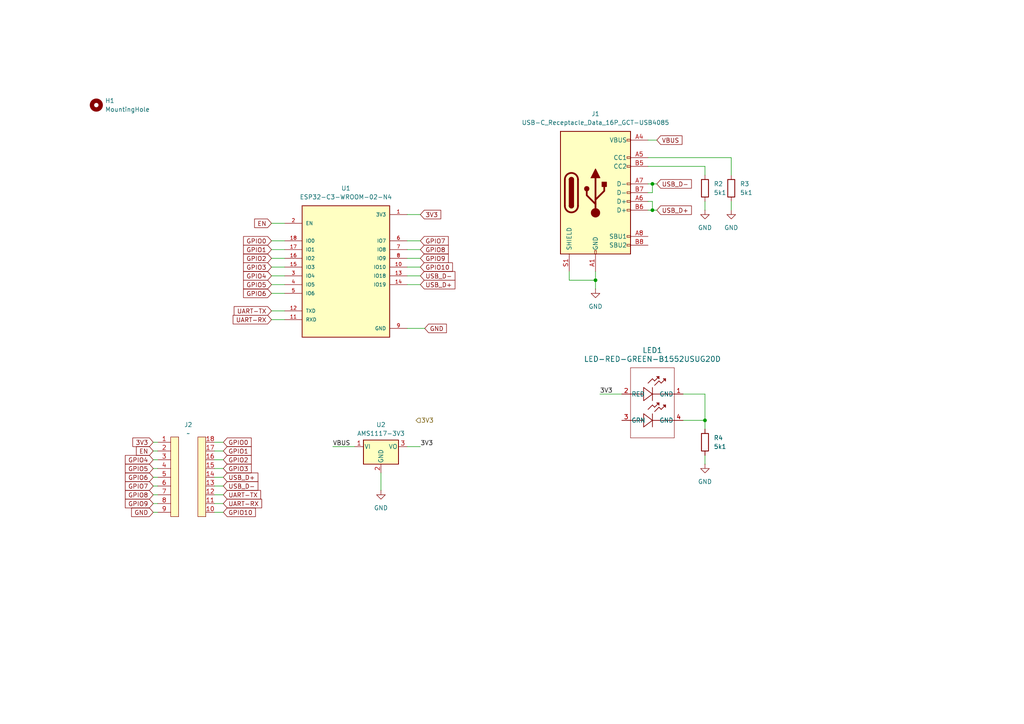
<source format=kicad_sch>
(kicad_sch (version 20231120) (generator "eeschema") (generator_version "8.0")
  (paper "A4")
  (lib_symbols
    (symbol "Alexander Symbol Library:ESP32-C3-WROOM-02-N4" (pin_names (offset 1.016))
      (property "Reference" "U" (at -12.7 21.082 0))
      (property "Value" "ESP32-C3-WROOM-02-N4" (at -13.208 -19.05 0))
      (symbol "ESP32-C3-WROOM-02-N4_0_0"
        (rectangle (start -12.7 20.32) (end 12.7 -17.78) (stroke (width 0.254)) (fill (type background)))
        (pin power_in line (at 17.78 17.78 180) (length 5.08) (name "3V3") (number "1"))
        (pin bidirectional line (at 17.78 2.54 180) (length 5.08) (name "IO10") (number "10"))
        (pin bidirectional line (at -17.78 -12.7 0) (length 5.08) (name "RXD") (number "11"))
        (pin bidirectional line (at -17.78 -10.16 0) (length 5.08) (name "TXD") (number "12"))
        (pin bidirectional line (at 17.78 0 180) (length 5.08) (name "IO18") (number "13"))
        (pin bidirectional line (at 17.78 -2.54 180) (length 5.08) (name "IO19") (number "14"))
        (pin bidirectional line (at -17.78 2.54 0) (length 5.08) (name "IO3") (number "15"))
        (pin bidirectional line (at -17.78 5.08 0) (length 5.08) (name "IO2") (number "16"))
        (pin bidirectional line (at -17.78 7.62 0) (length 5.08) (name "IO1") (number "17"))
        (pin bidirectional line (at -17.78 10.16 0) (length 5.08) (name "IO0") (number "18"))
        (pin power_in line (at 17.78 -15.24 180) (length 5.08) hide (name "GND__1") (number "19"))
        (pin input line (at -17.78 15.24 0) (length 5.08) (name "EN") (number "2"))
        (pin power_in line (at 17.78 -15.24 180) (length 5.08) hide (name "GND__2") (number "20"))
        (pin power_in line (at 17.78 -15.24 180) (length 5.08) hide (name "GND__3") (number "21"))
        (pin power_in line (at 17.78 -15.24 180) (length 5.08) hide (name "GND__4") (number "22"))
        (pin power_in line (at 17.78 -15.24 180) (length 5.08) hide (name "GND__5") (number "23"))
        (pin power_in line (at 17.78 -15.24 180) (length 5.08) hide (name "GND__6") (number "24"))
        (pin power_in line (at 17.78 -15.24 180) (length 5.08) hide (name "GND__7") (number "25"))
        (pin power_in line (at 17.78 -15.24 180) (length 5.08) hide (name "GND__8") (number "26"))
        (pin power_in line (at 17.78 -15.24 180) (length 5.08) hide (name "GND__9") (number "27"))
        (pin power_in line (at 17.78 -15.24 180) (length 5.08) hide (name "GND__10") (number "28"))
        (pin power_in line (at 17.78 -15.24 180) (length 5.08) hide (name "GND__11") (number "29"))
        (pin bidirectional line (at -17.78 0 0) (length 5.08) (name "IO4") (number "3"))
        (pin power_in line (at 17.78 -15.24 180) (length 5.08) hide (name "GND__12") (number "30"))
        (pin power_in line (at 17.78 -15.24 180) (length 5.08) hide (name "GND__13") (number "31"))
        (pin power_in line (at 17.78 -15.24 180) (length 5.08) hide (name "GND__14") (number "32"))
        (pin power_in line (at 17.78 -15.24 180) (length 5.08) hide (name "GND__15") (number "33"))
        (pin power_in line (at 17.78 -15.24 180) (length 5.08) hide (name "GND__16") (number "34"))
        (pin power_in line (at 17.78 -15.24 180) (length 5.08) hide (name "GND__17") (number "35"))
        (pin power_in line (at 17.78 -15.24 180) (length 5.08) hide (name "GND__18") (number "36"))
        (pin power_in line (at 17.78 -15.24 180) (length 5.08) hide (name "GND__19") (number "37"))
        (pin power_in line (at 17.78 -15.24 180) (length 5.08) hide (name "GND__20") (number "38"))
        (pin power_in line (at 17.78 -15.24 180) (length 5.08) hide (name "GND__21") (number "39"))
        (pin bidirectional line (at -17.78 -2.54 0) (length 5.08) (name "IO5") (number "4"))
        (pin bidirectional line (at -17.78 -5.08 0) (length 5.08) (name "IO6") (number "5"))
        (pin bidirectional line (at 17.78 10.16 180) (length 5.08) (name "IO7") (number "6"))
        (pin bidirectional line (at 17.78 7.62 180) (length 5.08) (name "IO8") (number "7"))
        (pin bidirectional line (at 17.78 5.08 180) (length 5.08) (name "IO9") (number "8"))
        (pin power_in line (at 17.78 -15.24 180) (length 5.08) (name "GND") (number "9"))
      )
    )
    (symbol "Alexander Symbol Library:USB-C_Receptacle_Data_16P_GCT-USB4085" (pin_names (offset 1.016))
      (property "Reference" "J" (at 0 22.225 0))
      (property "Value" "USB-C_Receptacle_Data_16P_GCT-USB4085" (at 0 19.685 0))
      (symbol "USB-C_Receptacle_Data_16P_GCT-USB4085_0_0"
        (rectangle (start -0.254 -17.78) (end 0.254 -16.764))
        (rectangle (start 10.16 -14.986) (end 9.144 -15.494))
        (rectangle (start 10.16 -12.446) (end 9.144 -12.954))
        (rectangle (start 10.16 -4.826) (end 9.144 -5.334))
        (rectangle (start 10.16 -2.286) (end 9.144 -2.794))
        (rectangle (start 10.16 0.254) (end 9.144 -0.254))
        (rectangle (start 10.16 2.794) (end 9.144 2.286))
        (rectangle (start 10.16 7.874) (end 9.144 7.366))
        (rectangle (start 10.16 10.414) (end 9.144 9.906))
        (rectangle (start 10.16 15.494) (end 9.144 14.986))
      )
      (symbol "USB-C_Receptacle_Data_16P_GCT-USB4085_0_1"
        (rectangle (start -10.16 17.78) (end 10.16 -17.78) (stroke (width 0.254)) (fill (type background)))
        (arc (start -8.89 -3.81) (mid -6.985 -5.7067) (end -5.08 -3.81) (stroke (width 0.508)))
        (arc (start -7.62 -3.81) (mid -6.985 -4.4423) (end -6.35 -3.81) (stroke (width 0.254)))
        (arc (start -7.62 -3.81) (mid -6.985 -4.4423) (end -6.35 -3.81) (stroke (width 0.254)) (fill (type outline)))
        (rectangle (start -7.62 -3.81) (end -6.35 3.81) (stroke (width 0.254)) (fill (type outline)))
        (arc (start -6.35 3.81) (mid -6.985 4.4423) (end -7.62 3.81) (stroke (width 0.254)))
        (arc (start -6.35 3.81) (mid -6.985 4.4423) (end -7.62 3.81) (stroke (width 0.254)) (fill (type outline)))
        (arc (start -5.08 3.81) (mid -6.985 5.7067) (end -8.89 3.81) (stroke (width 0.508)))
        (circle (center -2.54 1.143) (radius 0.635) (stroke (width 0.254)) (fill (type outline)))
        (circle (center 0 -5.842) (radius 1.27) (fill (type outline)))
        (polyline (pts (xy -8.89 -3.81) (xy -8.89 3.81)) (stroke (width 0.508)))
        (polyline (pts (xy -5.08 3.81) (xy -5.08 -3.81)) (stroke (width 0.508)))
        (polyline (pts (xy 0 -5.842) (xy 0 4.318)) (stroke (width 0.508)))
        (polyline (pts (xy 0 -3.302) (xy -2.54 -0.762) (xy -2.54 0.508)) (stroke (width 0.508)))
        (polyline (pts (xy 0 -2.032) (xy 2.54 0.508) (xy 2.54 1.778)) (stroke (width 0.508)))
        (polyline (pts (xy -1.27 4.318) (xy 0 6.858) (xy 1.27 4.318) (xy -1.27 4.318)) (stroke (width 0.254)) (fill (type outline)))
        (rectangle (start 1.905 1.778) (end 3.175 3.048) (stroke (width 0.254)) (fill (type outline)))
      )
      (symbol "USB-C_Receptacle_Data_16P_GCT-USB4085_1_1"
        (pin power_in line (at 0 -22.86 90) (length 5.08) (name "GND") (number "A1"))
        (pin power_in line (at 0 -22.86 90) (length 5.08) hide (name "GND") (number "A12"))
        (pin power_out line (at 15.24 15.24 180) (length 5.08) (name "VBUS") (number "A4"))
        (pin bidirectional line (at 15.24 10.16 180) (length 5.08) (name "CC1") (number "A5"))
        (pin bidirectional line (at 15.24 -2.54 180) (length 5.08) (name "D+") (number "A6"))
        (pin bidirectional line (at 15.24 2.54 180) (length 5.08) (name "D-") (number "A7"))
        (pin bidirectional line (at 15.24 -12.7 180) (length 5.08) (name "SBU1") (number "A8"))
        (pin power_out line (at 15.24 15.24 180) (length 5.08) hide (name "VBUS") (number "A9"))
        (pin power_in line (at 0 -22.86 90) (length 5.08) hide (name "GND") (number "B1"))
        (pin power_in line (at 0 -22.86 90) (length 5.08) hide (name "GND") (number "B12"))
        (pin power_out line (at 15.24 15.24 180) (length 5.08) hide (name "VBUS") (number "B4"))
        (pin bidirectional line (at 15.24 7.62 180) (length 5.08) (name "CC2") (number "B5"))
        (pin bidirectional line (at 15.24 -5.08 180) (length 5.08) (name "D+") (number "B6"))
        (pin bidirectional line (at 15.24 0 180) (length 5.08) (name "D-") (number "B7"))
        (pin bidirectional line (at 15.24 -15.24 180) (length 5.08) (name "SBU2") (number "B8"))
        (pin passive line (at 15.24 15.24 180) (length 5.08) hide (name "VBUS") (number "B9"))
        (pin power_in line (at -7.62 -22.86 90) (length 5.08) (name "SHIELD") (number "S1"))
        (pin power_in line (at -7.62 -22.86 90) (length 5.08) hide (name "SHIELD") (number "S2"))
        (pin power_in line (at -7.62 -22.86 90) (length 5.08) hide (name "SHIELD") (number "S3"))
        (pin power_in line (at -7.62 -22.86 90) (length 5.08) hide (name "SHIELD") (number "S4"))
      )
    )
    (symbol "Alexander_Library_Symbols:Conn_ESP32-C3-02x09"
      (property "Reference" "J" (at 0 0 0))
      (symbol "Conn_ESP32-C3-02x09_0_1"
        (rectangle (start -5.08 -2.286) (end -2.794 -25.4) (fill (type background)))
        (rectangle (start 2.794 -2.286) (end 5.08 -25.4) (fill (type background)))
      )
      (symbol "Conn_ESP32-C3-02x09_1_0"
        (pin bidirectional line (at 7.62 -24.13 180) (length 2.54) (name "") (number "10"))
        (pin bidirectional line (at 7.62 -21.59 180) (length 2.54) (name "") (number "11"))
        (pin bidirectional line (at 7.62 -19.05 180) (length 2.54) (name "") (number "12"))
        (pin bidirectional line (at 7.62 -16.51 180) (length 2.54) (name "") (number "13"))
        (pin bidirectional line (at 7.62 -13.97 180) (length 2.54) (name "") (number "14"))
        (pin bidirectional line (at 7.62 -11.43 180) (length 2.54) (name "") (number "15"))
        (pin bidirectional line (at 7.62 -8.89 180) (length 2.54) (name "") (number "16"))
        (pin bidirectional line (at 7.62 -6.35 180) (length 2.54) (name "") (number "17"))
        (pin bidirectional line (at 7.62 -3.81 180) (length 2.54) (name "") (number "18"))
      )
      (symbol "Conn_ESP32-C3-02x09_1_1"
        (pin bidirectional line (at -8.89 -3.81 0) (length 3.81) (name "") (number "1"))
        (pin bidirectional line (at -8.89 -6.35 0) (length 3.81) (name "") (number "2"))
        (pin bidirectional line (at -8.89 -8.89 0) (length 3.81) (name "") (number "3"))
        (pin bidirectional line (at -8.89 -11.43 0) (length 3.81) (name "") (number "4"))
        (pin bidirectional line (at -8.89 -13.97 0) (length 3.81) (name "") (number "5"))
        (pin bidirectional line (at -8.89 -16.51 0) (length 3.81) (name "") (number "6"))
        (pin bidirectional line (at -8.89 -19.05 0) (length 3.81) (name "") (number "7"))
        (pin bidirectional line (at -8.89 -21.59 0) (length 3.81) (name "") (number "8"))
        (pin bidirectional line (at -8.89 -24.13 0) (length 3.81) (name "") (number "9"))
      )
    )
    (symbol "Alexander_Library_Symbols:LED-RED-GREEN-B1552USUG20D" (pin_names (offset 0.254))
      (property "Reference" "LED" (at 8.89 20.955 0))
      (property "Value" "LED-RED-GREEN-B1552USUG20D" (at 8.89 17.78 0))
      (symbol "LED-RED-GREEN-B1552USUG20D_0_1"
        (polyline (pts (xy 2.54 -12.7) (xy 15.24 -12.7)) (stroke (width 0.127)))
        (polyline (pts (xy 2.54 -7.62) (xy 6.0198 -7.62)) (stroke (width 0.2032)))
        (polyline (pts (xy 2.54 0) (xy 6.0198 0)) (stroke (width 0.2032)))
        (polyline (pts (xy 2.54 7.62) (xy 2.54 -12.7)) (stroke (width 0.127)))
        (polyline (pts (xy 5.715 -7.62) (xy 6.35 -7.62)) (stroke (width 0.2032)))
        (polyline (pts (xy 5.715 0) (xy 6.35 0)) (stroke (width 0.2032)))
        (polyline (pts (xy 6.35 -9.525) (xy 8.89 -7.62)) (stroke (width 0.2032)))
        (polyline (pts (xy 6.35 -5.715) (xy 6.35 -9.525)) (stroke (width 0.2032)))
        (polyline (pts (xy 6.35 -1.905) (xy 8.89 0)) (stroke (width 0.2032)))
        (polyline (pts (xy 6.35 1.905) (xy 6.35 -1.905)) (stroke (width 0.2032)))
        (polyline (pts (xy 7.62 -4.445) (xy 8.89 -3.175)) (stroke (width 0.2032)))
        (polyline (pts (xy 7.62 3.175) (xy 8.89 4.445)) (stroke (width 0.2032)))
        (polyline (pts (xy 8.89 -9.525) (xy 8.89 -5.715)) (stroke (width 0.2032)))
        (polyline (pts (xy 8.89 -7.62) (xy 6.35 -5.715)) (stroke (width 0.2032)))
        (polyline (pts (xy 8.89 -7.62) (xy 15.24 -7.62)) (stroke (width 0.2032)))
        (polyline (pts (xy 8.89 -3.175) (xy 9.525 -3.81)) (stroke (width 0.2032)))
        (polyline (pts (xy 8.89 -1.905) (xy 8.89 1.905)) (stroke (width 0.2032)))
        (polyline (pts (xy 8.89 0) (xy 6.35 1.905)) (stroke (width 0.2032)))
        (polyline (pts (xy 8.89 0) (xy 15.24 0)) (stroke (width 0.2032)))
        (polyline (pts (xy 8.89 4.445) (xy 9.525 3.81)) (stroke (width 0.2032)))
        (polyline (pts (xy 9.525 -5.08) (xy 10.795 -3.81)) (stroke (width 0.2032)))
        (polyline (pts (xy 9.525 -3.81) (xy 10.795 -2.54)) (stroke (width 0.2032)))
        (polyline (pts (xy 9.525 2.54) (xy 10.795 3.81)) (stroke (width 0.2032)))
        (polyline (pts (xy 9.525 3.81) (xy 10.795 5.08)) (stroke (width 0.2032)))
        (polyline (pts (xy 10.16 -2.54) (xy 10.795 -3.175)) (stroke (width 0.2032)))
        (polyline (pts (xy 10.16 5.08) (xy 10.795 4.445)) (stroke (width 0.2032)))
        (polyline (pts (xy 10.795 -3.81) (xy 11.43 -4.445)) (stroke (width 0.2032)))
        (polyline (pts (xy 10.795 -3.175) (xy 10.795 -2.54)) (stroke (width 0.2032)))
        (polyline (pts (xy 10.795 -2.54) (xy 10.16 -2.54)) (stroke (width 0.2032)))
        (polyline (pts (xy 10.795 3.81) (xy 11.43 3.175)) (stroke (width 0.2032)))
        (polyline (pts (xy 10.795 4.445) (xy 10.795 5.08)) (stroke (width 0.2032)))
        (polyline (pts (xy 10.795 5.08) (xy 10.16 5.08)) (stroke (width 0.2032)))
        (polyline (pts (xy 11.43 -4.445) (xy 12.7 -3.175)) (stroke (width 0.2032)))
        (polyline (pts (xy 11.43 3.175) (xy 12.7 4.445)) (stroke (width 0.2032)))
        (polyline (pts (xy 12.065 -3.175) (xy 12.7 -3.81)) (stroke (width 0.2032)))
        (polyline (pts (xy 12.065 4.445) (xy 12.7 3.81)) (stroke (width 0.2032)))
        (polyline (pts (xy 12.7 -3.81) (xy 12.7 -3.175)) (stroke (width 0.2032)))
        (polyline (pts (xy 12.7 -3.175) (xy 12.065 -3.175)) (stroke (width 0.2032)))
        (polyline (pts (xy 12.7 3.81) (xy 12.7 4.445)) (stroke (width 0.2032)))
        (polyline (pts (xy 12.7 4.445) (xy 12.065 4.445)) (stroke (width 0.2032)))
        (polyline (pts (xy 15.24 -12.7) (xy 15.24 7.62)) (stroke (width 0.127)))
        (polyline (pts (xy 15.24 7.62) (xy 2.54 7.62)) (stroke (width 0.127)))
        (pin power_in line (at 17.78 0 180) (length 2.54) (name "GND") (number "1"))
        (pin power_out line (at 0 0 0) (length 2.54) (name "RED") (number "2"))
        (pin power_in line (at 0 -7.62 0) (length 2.54) (name "GRN") (number "3"))
        (pin power_out line (at 17.78 -7.62 180) (length 2.54) (name "GND") (number "4"))
      )
    )
    (symbol "Device:R" (pin_numbers hide) (pin_names (offset 0))
      (property "Reference" "R" (at 2.032 0 90))
      (property "Value" "R" (at 0 0 90))
      (symbol "R_0_1"
        (rectangle (start -1.016 -2.54) (end 1.016 2.54) (stroke (width 0.254)))
      )
      (symbol "R_1_1"
        (pin passive line (at 0 3.81 270) (length 1.27) (name "~") (number "1"))
        (pin passive line (at 0 -3.81 90) (length 1.27) (name "~") (number "2"))
      )
    )
    (symbol "Mechanical:MountingHole" (pin_names (offset 1.016))
      (property "Reference" "H" (at 0 5.08 0))
      (property "Value" "MountingHole" (at 0 3.175 0))
      (symbol "MountingHole_0_1"
        (circle (center 0 0) (radius 1.27) (stroke (width 1.27)))
      )
    )
    (symbol "Regulator_Linear:LM78M05_TO220" (pin_names (offset 0.254))
      (property "Reference" "U" (at -3.81 3.175 0))
      (property "Value" "LM78M05_TO220" (at 0 3.175 0))
      (symbol "LM78M05_TO220_0_1"
        (rectangle (start -5.08 1.905) (end 5.08 -5.08) (stroke (width 0.254)) (fill (type background)))
      )
      (symbol "LM78M05_TO220_1_1"
        (pin power_in line (at -7.62 0 0) (length 2.54) (name "VI") (number "1"))
        (pin power_in line (at 0 -7.62 90) (length 2.54) (name "GND") (number "2"))
        (pin power_out line (at 7.62 0 180) (length 2.54) (name "VO") (number "3"))
      )
    )
    (symbol "power:GND" (power) (pin_numbers hide) (pin_names (offset 0) hide)
      (property "Value" "GND" (at 0 -3.81 0))
      (symbol "GND_0_1"
        (polyline (pts (xy 0 0) (xy 0 -1.27) (xy 1.27 -1.27) (xy 0 -2.54) (xy -1.27 -1.27) (xy 0 -1.27)))
      )
      (symbol "GND_1_1"
        (pin power_in line (at 0 0 270) (length 0) (name "~") (number "1"))
      )
    )
  )
  (junction (at 204.47 121.92))
  (junction (at 172.72 81.28))
  (junction (at 189.23 60.96))
  (junction (at 189.23 53.34))
  (wire (pts (xy 62.23 146.05) (xy 64.77 146.05)))
  (wire (pts (xy 44.45 128.27) (xy 45.72 128.27)))
  (wire (pts (xy 44.45 138.43) (xy 45.72 138.43)))
  (wire (pts (xy 110.49 137.16) (xy 110.49 142.24)))
  (wire (pts (xy 198.12 114.3) (xy 204.47 114.3)))
  (wire (pts (xy 62.23 138.43) (xy 64.77 138.43)))
  (wire (pts (xy 44.45 130.81) (xy 45.72 130.81)))
  (wire (pts (xy 165.1 78.74) (xy 165.1 81.28)))
  (wire (pts (xy 118.11 77.47) (xy 121.92 77.47)))
  (wire (pts (xy 78.74 80.01) (xy 82.55 80.01)))
  (wire (pts (xy 62.23 128.27) (xy 64.77 128.27)))
  (wire (pts (xy 187.96 53.34) (xy 189.23 53.34)))
  (wire (pts (xy 187.96 58.42) (xy 189.23 58.42)))
  (wire (pts (xy 78.74 72.39) (xy 82.55 72.39)))
  (wire (pts (xy 204.47 58.42) (xy 204.47 60.96)))
  (wire (pts (xy 204.47 114.3) (xy 204.47 121.92)))
  (wire (pts (xy 204.47 48.26) (xy 204.47 50.8)))
  (wire (pts (xy 78.74 85.09) (xy 82.55 85.09)))
  (wire (pts (xy 204.47 132.08) (xy 204.47 134.62)))
  (wire (pts (xy 212.09 58.42) (xy 212.09 60.96)))
  (wire (pts (xy 62.23 133.35) (xy 64.77 133.35)))
  (wire (pts (xy 96.52 129.54) (xy 102.87 129.54)))
  (wire (pts (xy 78.74 69.85) (xy 82.55 69.85)))
  (wire (pts (xy 189.23 53.34) (xy 190.5 53.34)))
  (wire (pts (xy 44.45 148.59) (xy 45.72 148.59)))
  (wire (pts (xy 78.74 82.55) (xy 82.55 82.55)))
  (wire (pts (xy 212.09 45.72) (xy 212.09 50.8)))
  (wire (pts (xy 78.74 90.17) (xy 82.55 90.17)))
  (wire (pts (xy 187.96 40.64) (xy 190.5 40.64)))
  (wire (pts (xy 118.11 82.55) (xy 121.92 82.55)))
  (wire (pts (xy 187.96 55.88) (xy 189.23 55.88)))
  (wire (pts (xy 172.72 81.28) (xy 172.72 83.82)))
  (wire (pts (xy 187.96 60.96) (xy 189.23 60.96)))
  (wire (pts (xy 204.47 121.92) (xy 204.47 124.46)))
  (wire (pts (xy 118.11 62.23) (xy 121.92 62.23)))
  (wire (pts (xy 187.96 45.72) (xy 212.09 45.72)))
  (wire (pts (xy 118.11 69.85) (xy 121.92 69.85)))
  (wire (pts (xy 189.23 58.42) (xy 189.23 60.96)))
  (wire (pts (xy 118.11 95.25) (xy 123.19 95.25)))
  (wire (pts (xy 44.45 133.35) (xy 45.72 133.35)))
  (wire (pts (xy 62.23 135.89) (xy 64.77 135.89)))
  (wire (pts (xy 44.45 143.51) (xy 45.72 143.51)))
  (wire (pts (xy 118.11 72.39) (xy 121.92 72.39)))
  (wire (pts (xy 118.11 74.93) (xy 121.92 74.93)))
  (wire (pts (xy 44.45 146.05) (xy 45.72 146.05)))
  (wire (pts (xy 78.74 74.93) (xy 82.55 74.93)))
  (wire (pts (xy 78.74 77.47) (xy 82.55 77.47)))
  (wire (pts (xy 62.23 148.59) (xy 64.77 148.59)))
  (wire (pts (xy 187.96 48.26) (xy 204.47 48.26)))
  (wire (pts (xy 118.11 129.54) (xy 121.92 129.54)))
  (wire (pts (xy 44.45 135.89) (xy 45.72 135.89)))
  (wire (pts (xy 44.45 140.97) (xy 45.72 140.97)))
  (wire (pts (xy 165.1 81.28) (xy 172.72 81.28)))
  (wire (pts (xy 62.23 140.97) (xy 64.77 140.97)))
  (wire (pts (xy 62.23 143.51) (xy 64.77 143.51)))
  (wire (pts (xy 118.11 80.01) (xy 121.92 80.01)))
  (wire (pts (xy 198.12 121.92) (xy 204.47 121.92)))
  (wire (pts (xy 189.23 55.88) (xy 189.23 53.34)))
  (wire (pts (xy 78.74 92.71) (xy 82.55 92.71)))
  (wire (pts (xy 173.99 114.3) (xy 180.34 114.3)))
  (wire (pts (xy 62.23 130.81) (xy 64.77 130.81)))
  (wire (pts (xy 189.23 60.96) (xy 190.5 60.96)))
  (wire (pts (xy 172.72 78.74) (xy 172.72 81.28)))
  (wire (pts (xy 78.74 64.77) (xy 82.55 64.77)))
  (label "3V3" (at 173.99 114.3 0))
  (label "VBUS" (at 96.52 129.54 0))
  (label "3V3" (at 121.92 129.54 0))
  (global_label "USB_D-" (shape input) (at 64.77 140.97 0) (property "Intersheetrefs" "${INTERSHEET_REFS}" (effects (hide yes))))
  (global_label "GPIO0" (shape input) (at 64.77 128.27 0) (property "Intersheetrefs" "${INTERSHEET_REFS}" (effects (hide yes))))
  (global_label "GPIO8" (shape input) (at 44.45 143.51 180) (property "Intersheetrefs" "${INTERSHEET_REFS}" (effects (hide yes))))
  (global_label "GPIO6" (shape input) (at 44.45 138.43 180) (property "Intersheetrefs" "${INTERSHEET_REFS}" (effects (hide yes))))
  (global_label "GPIO9" (shape input) (at 121.92 74.93 0) (property "Intersheetrefs" "${INTERSHEET_REFS}" (effects (hide yes))))
  (global_label "GPIO2" (shape input) (at 78.74 74.93 180) (property "Intersheetrefs" "${INTERSHEET_REFS}" (effects (hide yes))))
  (global_label "EN" (shape input) (at 78.74 64.77 180) (property "Intersheetrefs" "${INTERSHEET_REFS}" (effects (hide yes))))
  (global_label "GPIO0" (shape input) (at 78.74 69.85 180) (property "Intersheetrefs" "${INTERSHEET_REFS}" (effects (hide yes))))
  (global_label "3V3" (shape input) (at 44.45 128.27 180) (property "Intersheetrefs" "${INTERSHEET_REFS}" (effects (hide yes))))
  (global_label "USB_D-" (shape input) (at 190.5 53.34 0) (property "Intersheetrefs" "${INTERSHEET_REFS}" (effects (hide yes))))
  (global_label "GND" (shape input) (at 123.19 95.25 0) (property "Intersheetrefs" "${INTERSHEET_REFS}" (effects (hide yes))))
  (global_label "EN" (shape input) (at 44.45 130.81 180) (property "Intersheetrefs" "${INTERSHEET_REFS}" (effects (hide yes))))
  (global_label "USB_D+" (shape input) (at 64.77 138.43 0) (property "Intersheetrefs" "${INTERSHEET_REFS}" (effects (hide yes))))
  (global_label "GPIO8" (shape input) (at 121.92 72.39 0) (property "Intersheetrefs" "${INTERSHEET_REFS}" (effects (hide yes))))
  (global_label "GPIO10" (shape input) (at 121.92 77.47 0) (property "Intersheetrefs" "${INTERSHEET_REFS}" (effects (hide yes))))
  (global_label "GPIO9" (shape input) (at 44.45 146.05 180) (property "Intersheetrefs" "${INTERSHEET_REFS}" (effects (hide yes))))
  (global_label "GPIO1" (shape input) (at 78.74 72.39 180) (property "Intersheetrefs" "${INTERSHEET_REFS}" (effects (hide yes))))
  (global_label "GPIO7" (shape input) (at 44.45 140.97 180) (property "Intersheetrefs" "${INTERSHEET_REFS}" (effects (hide yes))))
  (global_label "USB_D+" (shape input) (at 190.5 60.96 0) (property "Intersheetrefs" "${INTERSHEET_REFS}" (effects (hide yes))))
  (global_label "GPIO4" (shape input) (at 78.74 80.01 180) (property "Intersheetrefs" "${INTERSHEET_REFS}" (effects (hide yes))))
  (global_label "GPIO3" (shape input) (at 78.74 77.47 180) (property "Intersheetrefs" "${INTERSHEET_REFS}" (effects (hide yes))))
  (global_label "GPIO10" (shape input) (at 64.77 148.59 0) (property "Intersheetrefs" "${INTERSHEET_REFS}" (effects (hide yes))))
  (global_label "USB_D+" (shape input) (at 121.92 82.55 0) (property "Intersheetrefs" "${INTERSHEET_REFS}" (effects (hide yes))))
  (global_label "GPIO5" (shape input) (at 44.45 135.89 180) (property "Intersheetrefs" "${INTERSHEET_REFS}" (effects (hide yes))))
  (global_label "UART-RX" (shape input) (at 78.74 92.71 180) (property "Intersheetrefs" "${INTERSHEET_REFS}" (effects (hide yes))))
  (global_label "UART-TX" (shape input) (at 78.74 90.17 180) (property "Intersheetrefs" "${INTERSHEET_REFS}" (effects (hide yes))))
  (global_label "UART-RX" (shape input) (at 64.77 146.05 0) (property "Intersheetrefs" "${INTERSHEET_REFS}" (effects (hide yes))))
  (global_label "GPIO5" (shape input) (at 78.74 82.55 180) (property "Intersheetrefs" "${INTERSHEET_REFS}" (effects (hide yes))))
  (global_label "USB_D-" (shape input) (at 121.92 80.01 0) (property "Intersheetrefs" "${INTERSHEET_REFS}" (effects (hide yes))))
  (global_label "GPIO1" (shape input) (at 64.77 130.81 0) (property "Intersheetrefs" "${INTERSHEET_REFS}" (effects (hide yes))))
  (global_label "GPIO6" (shape input) (at 78.74 85.09 180) (property "Intersheetrefs" "${INTERSHEET_REFS}" (effects (hide yes))))
  (global_label "GPIO3" (shape input) (at 64.77 135.89 0) (property "Intersheetrefs" "${INTERSHEET_REFS}" (effects (hide yes))))
  (global_label "GPIO4" (shape input) (at 44.45 133.35 180) (property "Intersheetrefs" "${INTERSHEET_REFS}" (effects (hide yes))))
  (global_label "VBUS" (shape input) (at 190.5 40.64 0) (property "Intersheetrefs" "${INTERSHEET_REFS}" (effects (hide yes))))
  (global_label "GND" (shape input) (at 44.45 148.59 180) (property "Intersheetrefs" "${INTERSHEET_REFS}" (effects (hide yes))))
  (global_label "GPIO2" (shape input) (at 64.77 133.35 0) (property "Intersheetrefs" "${INTERSHEET_REFS}" (effects (hide yes))))
  (global_label "GPIO7" (shape input) (at 121.92 69.85 0) (property "Intersheetrefs" "${INTERSHEET_REFS}" (effects (hide yes))))
  (global_label "3V3" (shape input) (at 121.92 62.23 0) (property "Intersheetrefs" "${INTERSHEET_REFS}" (effects (hide yes))))
  (global_label "UART-TX" (shape input) (at 64.77 143.51 0) (property "Intersheetrefs" "${INTERSHEET_REFS}" (effects (hide yes))))
  (hierarchical_label "3V3" (shape input) (at 120.65 121.92 0))
  (symbol (lib_id "Alexander_Library_Symbols:Conn_ESP32-C3-02x09") (at 54.61 124.46 0) (unit 1)
    (property "Reference" "J2" (at 54.61 123.19 0))
    (property "Value" "~" (at 54.61 125.73 0))
    (property "Footprint" "Alexander Footprint Library:Conn_ESP32-C3-WROOM-02" (effects (hide yes)))
  )
  (symbol (lib_id "Device:R") (at 204.47 54.61 180) (unit 1)
    (property "Reference" "R2" (at 207.01 53.3399 0) (effects (justify right)))
    (property "Value" "5k1" (at 207.01 55.8799 0) (effects (justify right)))
    (property "Footprint" "Resistor_SMD:R_1206_3216Metric_Pad1.30x1.75mm_HandSolder" (effects (hide yes)))
    (property "Description" "Resistor" (effects (hide yes)))
  )
  (symbol (lib_id "Alexander Symbol Library:ESP32-C3-WROOM-02-N4") (at 100.33 80.01 0) (unit 1)
    (property "Reference" "U1" (at 100.33 54.61 0))
    (property "Value" "ESP32-C3-WROOM-02-N4" (at 100.33 57.15 0))
    (property "Footprint" "Alexander Footprint Library:ESP32-C3-WROOM-02-H4" (effects (hide yes)))
    (property "MP" "ESP32-C3-WROOM-02-H4" (effects (hide yes)))
  )
  (symbol (lib_id "Device:R") (at 204.47 128.27 180) (unit 1)
    (property "Reference" "R4" (at 207.01 126.9999 0) (effects (justify right)))
    (property "Value" "5k1" (at 207.01 129.5399 0) (effects (justify right)))
    (property "Footprint" "Resistor_SMD:R_1206_3216Metric_Pad1.30x1.75mm_HandSolder" (effects (hide yes)))
    (property "Description" "Resistor" (effects (hide yes)))
  )
  (symbol (lib_id "Regulator_Linear:LM78M05_TO220") (at 110.49 129.54 0) (unit 1)
    (property "Reference" "U2" (at 110.49 123.19 0))
    (property "Value" "AMS1117-3V3" (at 110.49 125.73 0))
    (property "Footprint" "Package_TO_SOT_SMD:SOT-223-3_TabPin2" (effects (hide yes)))
    (property "Datasheet" "https://www.onsemi.com/pub/Collateral/MC78M00-D.PDF" (effects (hide yes)))
  )
  (symbol (lib_id "power:GND") (at 172.72 83.82 0) (unit 1)
    (property "Reference" "#PWR04" (effects (hide yes)))
    (property "Value" "GND" (at 172.72 88.9 0))
    (property "Description" "Power symbol creates a global label with name \"GND\" , ground" (effects (hide yes)))
  )
  (symbol (lib_id "power:GND") (at 212.09 60.96 0) (unit 1)
    (property "Reference" "#PWR06" (effects (hide yes)))
    (property "Value" "GND" (at 212.09 66.04 0))
    (property "Description" "Power symbol creates a global label with name \"GND\" , ground" (effects (hide yes)))
  )
  (symbol (lib_id "power:GND") (at 204.47 60.96 0) (unit 1)
    (property "Reference" "#PWR05" (effects (hide yes)))
    (property "Value" "GND" (at 204.47 66.04 0))
    (property "Description" "Power symbol creates a global label with name \"GND\" , ground" (effects (hide yes)))
  )
  (symbol (lib_id "Alexander_Library_Symbols:LED-RED-GREEN-B1552USUG20D") (at 180.34 114.3 0) (unit 1)
    (property "Reference" "LED1" (at 189.23 101.6 0) (effects (font (size 1.524 1.524))))
    (property "Value" "LED-RED-GREEN-B1552USUG20D" (at 189.23 104.14 0) (effects (font (size 1.524 1.524))))
    (property "Footprint" "Alexander Footprint Library:B1552_HVK-M" (effects (hide yes)))
    (property "Datasheet" "B1552USUG20D000113U1930" (effects (hide yes)))
  )
  (symbol (lib_id "Alexander Symbol Library:USB-C_Receptacle_Data_16P_GCT-USB4085") (at 172.72 55.88 0) (unit 1)
    (property "Reference" "J1" (at 172.72 33.02 0))
    (property "Value" "USB-C_Receptacle_Data_16P_GCT-USB4085" (at 172.72 35.56 0))
    (property "Footprint" "Alexander Footprint Library:USB-C GCT CONN16_USB4085-GF-A" (effects (hide yes)))
  )
  (symbol (lib_id "power:GND") (at 110.49 142.24 0) (unit 1)
    (property "Reference" "#PWR02" (effects (hide yes)))
    (property "Value" "GND" (at 110.49 147.32 0))
    (property "Description" "Power symbol creates a global label with name \"GND\" , ground" (effects (hide yes)))
  )
  (symbol (lib_id "power:GND") (at 204.47 134.62 0) (unit 1)
    (property "Reference" "#PWR03" (effects (hide yes)))
    (property "Value" "GND" (at 204.47 139.7 0))
    (property "Description" "Power symbol creates a global label with name \"GND\" , ground" (effects (hide yes)))
  )
  (symbol (lib_id "Device:R") (at 212.09 54.61 180) (unit 1)
    (property "Reference" "R3" (at 214.63 53.3399 0) (effects (justify right)))
    (property "Value" "5k1" (at 214.63 55.8799 0) (effects (justify right)))
    (property "Footprint" "Resistor_SMD:R_1206_3216Metric_Pad1.30x1.75mm_HandSolder" (effects (hide yes)))
    (property "Description" "Resistor" (effects (hide yes)))
  )
  (symbol (lib_id "Mechanical:MountingHole") (at 27.94 30.48 0) (unit 1)
    (property "Reference" "H1" (at 30.48 29.2099 0) (effects (justify left)))
    (property "Value" "MountingHole" (at 30.48 31.7499 0) (effects (justify left)))
    (property "Description" "Mounting Hole without connection" (effects (hide yes)))
  )
)
</source>
